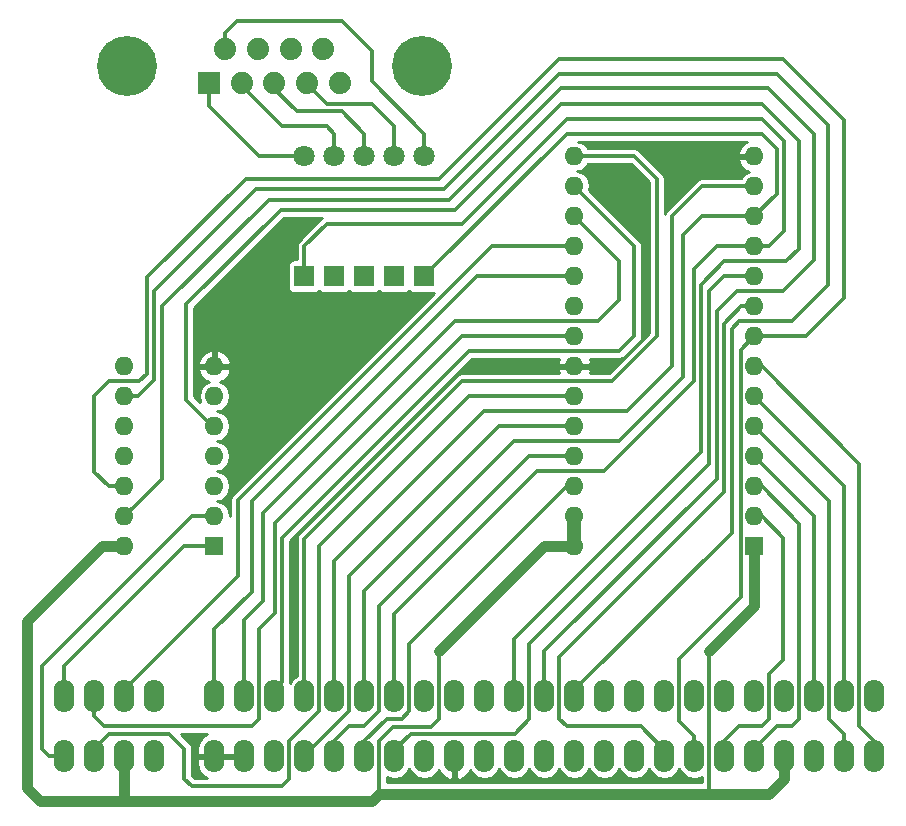
<source format=gbl>
G04 #@! TF.FileFunction,Copper,L2,Bot,Signal*
%FSLAX46Y46*%
G04 Gerber Fmt 4.6, Leading zero omitted, Abs format (unit mm)*
G04 Created by KiCad (PCBNEW 4.0.5) date 11/19/17 14:30:07*
%MOMM*%
%LPD*%
G01*
G04 APERTURE LIST*
%ADD10C,0.100000*%
%ADD11C,1.800000*%
%ADD12R,1.800000X1.800000*%
%ADD13R,1.879600X1.879600*%
%ADD14C,1.879600*%
%ADD15C,5.080000*%
%ADD16O,1.727200X2.800000*%
%ADD17R,1.600000X1.600000*%
%ADD18O,1.600000X1.600000*%
%ADD19C,0.300000*%
%ADD20C,0.900000*%
%ADD21C,1.200000*%
%ADD22C,0.254000*%
G04 APERTURE END LIST*
D10*
D11*
X154940000Y-81280000D03*
D12*
X154940000Y-91440000D03*
D11*
X152400000Y-81280000D03*
D12*
X152400000Y-91440000D03*
D11*
X149860000Y-81280000D03*
D12*
X149860000Y-91440000D03*
D11*
X147320000Y-81280000D03*
D12*
X147320000Y-91440000D03*
D11*
X144780000Y-81280000D03*
D12*
X144780000Y-91440000D03*
D13*
X136700260Y-75079860D03*
D14*
X139471400Y-75079860D03*
X142240000Y-75079860D03*
X145008600Y-75079860D03*
X147779740Y-75079860D03*
X138092180Y-72240140D03*
X140860780Y-72240140D03*
X143619220Y-72240140D03*
X146387820Y-72240140D03*
D15*
X129740660Y-73660000D03*
X154739340Y-73660000D03*
D16*
X193040000Y-132080000D03*
X190500000Y-132080000D03*
X187960000Y-132080000D03*
X185420000Y-132080000D03*
X182880000Y-132080000D03*
X180340000Y-132080000D03*
X177800000Y-132080000D03*
X175260000Y-132080000D03*
X193040000Y-127000000D03*
X190500000Y-127000000D03*
X187960000Y-127000000D03*
X185420000Y-127000000D03*
X182880000Y-127000000D03*
X180340000Y-127000000D03*
X177800000Y-127000000D03*
X175260000Y-127000000D03*
X124460000Y-127000000D03*
X124460000Y-132080000D03*
X127000000Y-127000000D03*
X127000000Y-132080000D03*
X129540000Y-127000000D03*
X129540000Y-132080000D03*
X132080000Y-127000000D03*
X132080000Y-132080000D03*
X137160000Y-127000000D03*
X137160000Y-132080000D03*
X139700000Y-127000000D03*
X139700000Y-132080000D03*
X142240000Y-127000000D03*
X142240000Y-132080000D03*
X144780000Y-127000000D03*
X144780000Y-132080000D03*
X147320000Y-127000000D03*
X147320000Y-132080000D03*
X149860000Y-127000000D03*
X149860000Y-132080000D03*
X152400000Y-127000000D03*
X152400000Y-132080000D03*
X154940000Y-127000000D03*
X154940000Y-132080000D03*
X157480000Y-127000000D03*
X157480000Y-132080000D03*
X160020000Y-127000000D03*
X160020000Y-132080000D03*
X162560000Y-127000000D03*
X162560000Y-132080000D03*
X165100000Y-127000000D03*
X165100000Y-132080000D03*
X167640000Y-127000000D03*
X167640000Y-132080000D03*
X170180000Y-127000000D03*
X170180000Y-132080000D03*
X172720000Y-127000000D03*
X172720000Y-132080000D03*
D17*
X137160000Y-114300000D03*
D18*
X129540000Y-99060000D03*
X137160000Y-111760000D03*
X129540000Y-101600000D03*
X137160000Y-109220000D03*
X129540000Y-104140000D03*
X137160000Y-106680000D03*
X129540000Y-106680000D03*
X137160000Y-104140000D03*
X129540000Y-109220000D03*
X137160000Y-101600000D03*
X129540000Y-111760000D03*
X137160000Y-99060000D03*
X129540000Y-114300000D03*
D17*
X182880000Y-114300000D03*
D18*
X167640000Y-81280000D03*
X182880000Y-111760000D03*
X167640000Y-83820000D03*
X182880000Y-109220000D03*
X167640000Y-86360000D03*
X182880000Y-106680000D03*
X167640000Y-88900000D03*
X182880000Y-104140000D03*
X167640000Y-91440000D03*
X182880000Y-101600000D03*
X167640000Y-93980000D03*
X182880000Y-99060000D03*
X167640000Y-96520000D03*
X182880000Y-96520000D03*
X167640000Y-99060000D03*
X182880000Y-93980000D03*
X167640000Y-101600000D03*
X182880000Y-91440000D03*
X167640000Y-104140000D03*
X182880000Y-88900000D03*
X167640000Y-106680000D03*
X182880000Y-86360000D03*
X167640000Y-109220000D03*
X182880000Y-83820000D03*
X167640000Y-111760000D03*
X182880000Y-81280000D03*
X167640000Y-114300000D03*
D19*
X138092180Y-72240140D02*
X138092180Y-70822820D01*
X138092180Y-70822820D02*
X139065000Y-69850000D01*
X139065000Y-69850000D02*
X147955000Y-69850000D01*
X147955000Y-69850000D02*
X150475950Y-72370950D01*
X150475950Y-72370950D02*
X150475950Y-74910950D01*
X150475950Y-74910950D02*
X154940000Y-79375000D01*
X154940000Y-79375000D02*
X154940000Y-81280000D01*
X149860000Y-127000000D02*
X149860000Y-118110000D01*
X149860000Y-118110000D02*
X162560000Y-105410000D01*
X176848594Y-100011406D02*
X176848594Y-87946406D01*
X162560000Y-105410000D02*
X171450000Y-105410000D01*
X171450000Y-105410000D02*
X176848594Y-100011406D01*
X176848594Y-87946406D02*
X178435000Y-86360000D01*
X178435000Y-86360000D02*
X182880000Y-86360000D01*
X182880000Y-86360000D02*
X184785000Y-84455000D01*
X167005000Y-79375000D02*
X154940000Y-91440000D01*
X183515000Y-79375000D02*
X167005000Y-79375000D01*
X184785000Y-80645000D02*
X183515000Y-79375000D01*
X184785000Y-84455000D02*
X184785000Y-80645000D01*
X145008600Y-75079860D02*
X145008600Y-75158600D01*
X145008600Y-75158600D02*
X146685000Y-76835000D01*
X146685000Y-76835000D02*
X150495000Y-76835000D01*
X150495000Y-76835000D02*
X152400000Y-78740000D01*
X152400000Y-78740000D02*
X152400000Y-81280000D01*
X137160000Y-127000000D02*
X137160000Y-121289000D01*
X137160000Y-121289000D02*
X140316599Y-118132401D01*
X140316599Y-118132401D02*
X140316599Y-110508401D01*
X140316599Y-110508401D02*
X159385000Y-91440000D01*
X159385000Y-91440000D02*
X166508630Y-91440000D01*
X166508630Y-91440000D02*
X167640000Y-91440000D01*
X142240000Y-75079860D02*
X142240000Y-75565000D01*
X142240000Y-75565000D02*
X144145000Y-77470000D01*
X144145000Y-77470000D02*
X147955000Y-77470000D01*
X147955000Y-77470000D02*
X149860000Y-79375000D01*
X149860000Y-79375000D02*
X149860000Y-81280000D01*
X139700000Y-127000000D02*
X139700000Y-120505899D01*
X139700000Y-120505899D02*
X141272106Y-118933793D01*
X141272106Y-118933793D02*
X141272106Y-111468050D01*
X141272106Y-111468050D02*
X157490156Y-95250000D01*
X157490156Y-95250000D02*
X169606008Y-95250000D01*
X169606008Y-95250000D02*
X171414076Y-93441932D01*
X171414076Y-93441932D02*
X171414076Y-90134076D01*
X171414076Y-90134076D02*
X168439999Y-87159999D01*
X168439999Y-87159999D02*
X167640000Y-86360000D01*
X139471400Y-75079860D02*
X139471400Y-75336400D01*
X139471400Y-75336400D02*
X142875000Y-78740000D01*
X142875000Y-78740000D02*
X146685000Y-78740000D01*
X146685000Y-78740000D02*
X147320000Y-79375000D01*
X147320000Y-79375000D02*
X147320000Y-81280000D01*
X142240000Y-127000000D02*
X142240000Y-126463600D01*
X142240000Y-126463600D02*
X142905714Y-125797886D01*
X142905714Y-125797886D02*
X142905714Y-113617631D01*
X142905714Y-113617631D02*
X158733345Y-97790000D01*
X158733345Y-97790000D02*
X171450000Y-97790000D01*
X171450000Y-97790000D02*
X172720000Y-96520000D01*
X172720000Y-96520000D02*
X172720000Y-88900000D01*
X172720000Y-88900000D02*
X168439999Y-84619999D01*
X168439999Y-84619999D02*
X167640000Y-83820000D01*
X136700260Y-75079860D02*
X136700260Y-77010260D01*
X140970000Y-81280000D02*
X144780000Y-81280000D01*
X136700260Y-77010260D02*
X140970000Y-81280000D01*
X182880000Y-88900000D02*
X184150000Y-88900000D01*
X144780000Y-88900000D02*
X144780000Y-91440000D01*
X146685000Y-86995000D02*
X144780000Y-88900000D01*
X158115000Y-86995000D02*
X146685000Y-86995000D01*
X167005000Y-78105000D02*
X158115000Y-86995000D01*
X183515000Y-78105000D02*
X167005000Y-78105000D01*
X185420000Y-80010000D02*
X183515000Y-78105000D01*
X185420000Y-87630000D02*
X185420000Y-80010000D01*
X184150000Y-88900000D02*
X185420000Y-87630000D01*
X152400000Y-127000000D02*
X152400000Y-120015000D01*
X179705000Y-88900000D02*
X182880000Y-88900000D01*
X177800000Y-90805000D02*
X179705000Y-88900000D01*
X177800000Y-100330000D02*
X177800000Y-90805000D01*
X170180000Y-107950000D02*
X177800000Y-100330000D01*
X164465000Y-107950000D02*
X170180000Y-107950000D01*
X152400000Y-120015000D02*
X164465000Y-107950000D01*
X182880000Y-99060000D02*
X183515000Y-99060000D01*
X183515000Y-99060000D02*
X191770000Y-107315000D01*
X191770000Y-107315000D02*
X191770000Y-129540000D01*
X191770000Y-129540000D02*
X193040000Y-130810000D01*
X193040000Y-130810000D02*
X193040000Y-132080000D01*
X182880000Y-104140000D02*
X189230000Y-110490000D01*
X190500000Y-130175000D02*
X190500000Y-132080000D01*
X189230000Y-128905000D02*
X190500000Y-130175000D01*
X189230000Y-110490000D02*
X189230000Y-128905000D01*
X182880000Y-109220000D02*
X183515000Y-109220000D01*
X183515000Y-109220000D02*
X186690000Y-112395000D01*
X186690000Y-112395000D02*
X186690000Y-128905000D01*
X186690000Y-128905000D02*
X186055000Y-129540000D01*
X186055000Y-129540000D02*
X184785000Y-129540000D01*
X184785000Y-129540000D02*
X182880000Y-131445000D01*
X182880000Y-131445000D02*
X182880000Y-132080000D01*
X182880000Y-111760000D02*
X183515000Y-111760000D01*
X183515000Y-111760000D02*
X185332214Y-113577214D01*
X185332214Y-113577214D02*
X185332214Y-123912786D01*
X185332214Y-123912786D02*
X184150000Y-125095000D01*
X184150000Y-125095000D02*
X184150000Y-128905000D01*
X184150000Y-128905000D02*
X183515000Y-129540000D01*
X183515000Y-129540000D02*
X181610000Y-129540000D01*
X181610000Y-129540000D02*
X180340000Y-130810000D01*
X180340000Y-130810000D02*
X180340000Y-132080000D01*
X182880000Y-96520000D02*
X187226971Y-96520000D01*
X187226971Y-96520000D02*
X190449318Y-93297653D01*
X139804140Y-83185000D02*
X131445000Y-91544140D01*
X131445000Y-91544140D02*
X131445000Y-99695000D01*
X190449318Y-93297653D02*
X190449318Y-78174783D01*
X190449318Y-78174783D02*
X185299535Y-73025000D01*
X185299535Y-73025000D02*
X166370000Y-73025000D01*
X166370000Y-73025000D02*
X156210000Y-83185000D01*
X156210000Y-83185000D02*
X139804140Y-83185000D01*
X131445000Y-99695000D02*
X130810000Y-100330000D01*
X130810000Y-100330000D02*
X128270000Y-100330000D01*
X128270000Y-100330000D02*
X127000000Y-101600000D01*
X127000000Y-101600000D02*
X127000000Y-108028740D01*
X127000000Y-108028740D02*
X128191260Y-109220000D01*
X128191260Y-109220000D02*
X129540000Y-109220000D01*
X176530000Y-129110000D02*
X177800000Y-130380000D01*
X176530000Y-123825000D02*
X176530000Y-129110000D01*
X181729999Y-118625001D02*
X176530000Y-123825000D01*
X182880000Y-96520000D02*
X181729999Y-97670001D01*
X181729999Y-97670001D02*
X181729999Y-118625001D01*
X177800000Y-130380000D02*
X177800000Y-132080000D01*
X175260000Y-132080000D02*
X175260000Y-131543600D01*
X175260000Y-131543600D02*
X173256400Y-129540000D01*
X173256400Y-129540000D02*
X167005000Y-129540000D01*
X167005000Y-129540000D02*
X166370000Y-128905000D01*
X166370000Y-128905000D02*
X166370000Y-123639955D01*
X166370000Y-123639955D02*
X180261418Y-109748537D01*
X180261418Y-109748537D02*
X180261418Y-95467212D01*
X180261418Y-95467212D02*
X181748630Y-93980000D01*
X181748630Y-93980000D02*
X182880000Y-93980000D01*
X182880000Y-101600000D02*
X190500000Y-109220000D01*
X190500000Y-109220000D02*
X190500000Y-127000000D01*
X182880000Y-106680000D02*
X187960000Y-111760000D01*
X187960000Y-111760000D02*
X187960000Y-127000000D01*
X137160000Y-114300000D02*
X134620000Y-114300000D01*
X124460000Y-124460000D02*
X124460000Y-127000000D01*
X134620000Y-114300000D02*
X124460000Y-124460000D01*
X137160000Y-111760000D02*
X135255000Y-111760000D01*
X123190000Y-132080000D02*
X124460000Y-132080000D01*
X122555000Y-131445000D02*
X123190000Y-132080000D01*
X122555000Y-124460000D02*
X122555000Y-131445000D01*
X135255000Y-111760000D02*
X122555000Y-124460000D01*
X127000000Y-127000000D02*
X127000000Y-128700000D01*
X127000000Y-128700000D02*
X127840000Y-129540000D01*
X127840000Y-129540000D02*
X140335000Y-129540000D01*
X140335000Y-129540000D02*
X140970000Y-128905000D01*
X140970000Y-128905000D02*
X140970000Y-121285000D01*
X140970000Y-121285000D02*
X142289258Y-119965742D01*
X142289258Y-119965742D02*
X142289258Y-112370311D01*
X142289258Y-112370311D02*
X158139569Y-96520000D01*
X158139569Y-96520000D02*
X167640000Y-96520000D01*
X127000000Y-132080000D02*
X127000000Y-131445000D01*
X127000000Y-131445000D02*
X128270000Y-130175000D01*
X128270000Y-130175000D02*
X133350000Y-130175000D01*
X133350000Y-130175000D02*
X134620000Y-131445000D01*
X134620000Y-131445000D02*
X134620000Y-133985000D01*
X134620000Y-133985000D02*
X135255000Y-134620000D01*
X135255000Y-134620000D02*
X142875000Y-134620000D01*
X142875000Y-134620000D02*
X143510000Y-133985000D01*
X143510000Y-133985000D02*
X143510000Y-130810000D01*
X143510000Y-130810000D02*
X146050000Y-128270000D01*
X146050000Y-128270000D02*
X146050000Y-114300000D01*
X146050000Y-114300000D02*
X158750000Y-101600000D01*
X158750000Y-101600000D02*
X167640000Y-101600000D01*
X129540000Y-127000000D02*
X129540000Y-126463600D01*
X129540000Y-126463600D02*
X139145333Y-116858267D01*
X139145333Y-116858267D02*
X139145333Y-110409667D01*
X139145333Y-110409667D02*
X160655000Y-88900000D01*
X160655000Y-88900000D02*
X166508630Y-88900000D01*
X166508630Y-88900000D02*
X167640000Y-88900000D01*
D20*
X150515320Y-135869680D02*
X129540000Y-135869680D01*
X129540000Y-132080000D02*
X129540000Y-135869680D01*
X129540000Y-135869680D02*
X122377200Y-135869680D01*
D19*
X179070000Y-135255000D02*
X179070000Y-134620000D01*
D20*
X182880000Y-119380000D02*
X179070000Y-123190000D01*
D19*
X179070000Y-123190000D02*
X179070000Y-134620000D01*
D20*
X182880000Y-119380000D02*
X182880000Y-114300000D01*
D19*
X156210000Y-123190000D02*
X156210000Y-128905000D01*
X156210000Y-128905000D02*
X155475940Y-129639060D01*
X155475940Y-129639060D02*
X152239980Y-129639060D01*
X152239980Y-129639060D02*
X151130000Y-130749040D01*
X151130000Y-130749040D02*
X151130000Y-135255000D01*
D20*
X165100000Y-114300000D02*
X156210000Y-123190000D01*
X151130000Y-135255000D02*
X150515320Y-135869680D01*
X122377200Y-135869680D02*
X121279920Y-134772400D01*
X121279920Y-134772400D02*
X121279920Y-120655080D01*
X121279920Y-120655080D02*
X127635000Y-114300000D01*
X127635000Y-114300000D02*
X129540000Y-114300000D01*
D21*
X167640000Y-114300000D02*
X167640000Y-111760000D01*
D20*
X167640000Y-114300000D02*
X165100000Y-114300000D01*
X179070000Y-135255000D02*
X151130000Y-135255000D01*
X185420000Y-133985000D02*
X184150000Y-135255000D01*
X184150000Y-135255000D02*
X179070000Y-135255000D01*
X185420000Y-132080000D02*
X185420000Y-133985000D01*
D19*
X144780000Y-127000000D02*
X144780000Y-113665000D01*
X172720000Y-81280000D02*
X167640000Y-81280000D01*
X174625000Y-83185000D02*
X172720000Y-81280000D01*
X174625000Y-96520000D02*
X174625000Y-83185000D01*
X170815000Y-100330000D02*
X174625000Y-96520000D01*
X158115000Y-100330000D02*
X170815000Y-100330000D01*
X144780000Y-113665000D02*
X158115000Y-100330000D01*
X144780000Y-132080000D02*
X147320000Y-129540000D01*
X161290000Y-104140000D02*
X167640000Y-104140000D01*
X148590000Y-116840000D02*
X161290000Y-104140000D01*
X148590000Y-118110000D02*
X148590000Y-116840000D01*
X148590000Y-128270000D02*
X148590000Y-118110000D01*
X147320000Y-129540000D02*
X148590000Y-128270000D01*
X147320000Y-127000000D02*
X147320000Y-115570000D01*
X178435000Y-83820000D02*
X182880000Y-83820000D01*
X175895000Y-86360000D02*
X178435000Y-83820000D01*
X175895000Y-99060000D02*
X175895000Y-86360000D01*
X172085000Y-102870000D02*
X175895000Y-99060000D01*
X160020000Y-102870000D02*
X172085000Y-102870000D01*
X147320000Y-115570000D02*
X160020000Y-102870000D01*
X147320000Y-132080000D02*
X147320000Y-130810000D01*
X147320000Y-130810000D02*
X148590000Y-129540000D01*
X148590000Y-129540000D02*
X149860000Y-129540000D01*
X149860000Y-129540000D02*
X151130000Y-128270000D01*
X151130000Y-128270000D02*
X151130000Y-119380000D01*
X151130000Y-119380000D02*
X163830000Y-106680000D01*
X163830000Y-106680000D02*
X167640000Y-106680000D01*
X149860000Y-132080000D02*
X149860000Y-130810000D01*
X149860000Y-130810000D02*
X151765000Y-128905000D01*
X151765000Y-128905000D02*
X153035000Y-128905000D01*
X153035000Y-128905000D02*
X153670000Y-128270000D01*
X153670000Y-128270000D02*
X153670000Y-122555000D01*
X153670000Y-122555000D02*
X167005000Y-109220000D01*
X167005000Y-109220000D02*
X167640000Y-109220000D01*
X182880000Y-91440000D02*
X180340000Y-91440000D01*
X180340000Y-91440000D02*
X179059066Y-92720934D01*
X179059066Y-92720934D02*
X179059066Y-107352705D01*
X179059066Y-107352705D02*
X163830000Y-122581771D01*
X163830000Y-122581771D02*
X163830000Y-128905000D01*
X163830000Y-128905000D02*
X162577780Y-130157220D01*
X162577780Y-130157220D02*
X153786380Y-130157220D01*
X153786380Y-130157220D02*
X152400000Y-131543600D01*
X152400000Y-131543600D02*
X152400000Y-132080000D01*
X162560000Y-127000000D02*
X162560000Y-122154018D01*
X166477950Y-76866750D02*
X157526990Y-85817710D01*
X162560000Y-122154018D02*
X178364374Y-106349644D01*
X178364374Y-106349644D02*
X178364374Y-92145594D01*
X184206894Y-90177694D02*
X184208099Y-90176489D01*
X186632850Y-79952850D02*
X183546750Y-76866750D01*
X178364374Y-92145594D02*
X180332274Y-90177694D01*
X180332274Y-90177694D02*
X184206894Y-90177694D01*
X185579422Y-90176489D02*
X186632850Y-89123061D01*
X184208099Y-90176489D02*
X185579422Y-90176489D01*
X186632850Y-89123061D02*
X186632850Y-79952850D01*
X183546750Y-76866750D02*
X166477950Y-76866750D01*
X134787349Y-101883264D02*
X137160000Y-104255915D01*
X157526990Y-85817710D02*
X142787370Y-85817710D01*
X142787370Y-85817710D02*
X134787349Y-93817731D01*
X134787349Y-93817731D02*
X134787349Y-101883264D01*
X137160000Y-104255915D02*
X137160000Y-104140000D01*
X165100000Y-127000000D02*
X165100000Y-123191427D01*
X165100000Y-123191427D02*
X179700321Y-108591106D01*
X184061333Y-75533250D02*
X166477950Y-75533250D01*
X166477950Y-75533250D02*
X157056190Y-84955010D01*
X157056190Y-84955010D02*
X141739990Y-84955010D01*
X179700321Y-108591106D02*
X179700321Y-94368256D01*
X179700321Y-94368256D02*
X181377793Y-92690784D01*
X181377793Y-92690784D02*
X185299445Y-92690784D01*
X187936454Y-79408371D02*
X184061333Y-75533250D01*
X130339999Y-110960001D02*
X129540000Y-111760000D01*
X185299445Y-92690784D02*
X187936454Y-90053775D01*
X187936454Y-90053775D02*
X187936454Y-79408371D01*
X132715000Y-93980000D02*
X132715000Y-108585000D01*
X141739990Y-84955010D02*
X132715000Y-93980000D01*
X132715000Y-108585000D02*
X130339999Y-110960001D01*
X167640000Y-127000000D02*
X167640000Y-126463600D01*
X167640000Y-126463600D02*
X180956111Y-113147489D01*
X181610000Y-95250000D02*
X186055000Y-95250000D01*
X186055000Y-95250000D02*
X189124353Y-92180647D01*
X180956111Y-113147489D02*
X180956111Y-95903889D01*
X184787686Y-74295000D02*
X166370000Y-74295000D01*
X156579570Y-84085430D02*
X140704570Y-84085430D01*
X180956111Y-95903889D02*
X181610000Y-95250000D01*
X189124353Y-78631667D02*
X184787686Y-74295000D01*
X189124353Y-92180647D02*
X189124353Y-78631667D01*
X166370000Y-74295000D02*
X156579570Y-84085430D01*
X132080000Y-100191370D02*
X130671370Y-101600000D01*
X140704570Y-84085430D02*
X132080000Y-92710000D01*
X132080000Y-92710000D02*
X132080000Y-100191370D01*
X130671370Y-101600000D02*
X129540000Y-101600000D01*
D22*
G36*
X157607000Y-131953000D02*
X157627000Y-131953000D01*
X157627000Y-132207000D01*
X157607000Y-132207000D01*
X157607000Y-133950217D01*
X157839026Y-134071358D01*
X157936157Y-134049527D01*
X158449868Y-133765873D01*
X158815925Y-133307222D01*
X158822794Y-133283413D01*
X159050132Y-133623648D01*
X159495111Y-133920973D01*
X160020000Y-134025380D01*
X160544889Y-133920973D01*
X160989868Y-133623648D01*
X161287193Y-133178669D01*
X161290000Y-133164557D01*
X161292807Y-133178669D01*
X161590132Y-133623648D01*
X162035111Y-133920973D01*
X162560000Y-134025380D01*
X163084889Y-133920973D01*
X163529868Y-133623648D01*
X163827193Y-133178669D01*
X163830000Y-133164557D01*
X163832807Y-133178669D01*
X164130132Y-133623648D01*
X164575111Y-133920973D01*
X165100000Y-134025380D01*
X165624889Y-133920973D01*
X166069868Y-133623648D01*
X166367193Y-133178669D01*
X166370000Y-133164557D01*
X166372807Y-133178669D01*
X166670132Y-133623648D01*
X167115111Y-133920973D01*
X167640000Y-134025380D01*
X168164889Y-133920973D01*
X168609868Y-133623648D01*
X168907193Y-133178669D01*
X168910000Y-133164557D01*
X168912807Y-133178669D01*
X169210132Y-133623648D01*
X169655111Y-133920973D01*
X170180000Y-134025380D01*
X170704889Y-133920973D01*
X171149868Y-133623648D01*
X171447193Y-133178669D01*
X171450000Y-133164557D01*
X171452807Y-133178669D01*
X171750132Y-133623648D01*
X172195111Y-133920973D01*
X172720000Y-134025380D01*
X173244889Y-133920973D01*
X173689868Y-133623648D01*
X173987193Y-133178669D01*
X173990000Y-133164557D01*
X173992807Y-133178669D01*
X174290132Y-133623648D01*
X174735111Y-133920973D01*
X175260000Y-134025380D01*
X175784889Y-133920973D01*
X176229868Y-133623648D01*
X176527193Y-133178669D01*
X176530000Y-133164557D01*
X176532807Y-133178669D01*
X176830132Y-133623648D01*
X177275111Y-133920973D01*
X177800000Y-134025380D01*
X178324889Y-133920973D01*
X178412000Y-133862767D01*
X178412000Y-134297000D01*
X151788000Y-134297000D01*
X151788000Y-133862767D01*
X151875111Y-133920973D01*
X152400000Y-134025380D01*
X152924889Y-133920973D01*
X153369868Y-133623648D01*
X153667193Y-133178669D01*
X153670000Y-133164557D01*
X153672807Y-133178669D01*
X153970132Y-133623648D01*
X154415111Y-133920973D01*
X154940000Y-134025380D01*
X155464889Y-133920973D01*
X155909868Y-133623648D01*
X156137206Y-133283413D01*
X156144075Y-133307222D01*
X156510132Y-133765873D01*
X157023843Y-134049527D01*
X157120974Y-134071358D01*
X157353000Y-133950217D01*
X157353000Y-132207000D01*
X157333000Y-132207000D01*
X157333000Y-131953000D01*
X157353000Y-131953000D01*
X157353000Y-131933000D01*
X157607000Y-131933000D01*
X157607000Y-131953000D01*
X157607000Y-131953000D01*
G37*
X157607000Y-131953000D02*
X157627000Y-131953000D01*
X157627000Y-132207000D01*
X157607000Y-132207000D01*
X157607000Y-133950217D01*
X157839026Y-134071358D01*
X157936157Y-134049527D01*
X158449868Y-133765873D01*
X158815925Y-133307222D01*
X158822794Y-133283413D01*
X159050132Y-133623648D01*
X159495111Y-133920973D01*
X160020000Y-134025380D01*
X160544889Y-133920973D01*
X160989868Y-133623648D01*
X161287193Y-133178669D01*
X161290000Y-133164557D01*
X161292807Y-133178669D01*
X161590132Y-133623648D01*
X162035111Y-133920973D01*
X162560000Y-134025380D01*
X163084889Y-133920973D01*
X163529868Y-133623648D01*
X163827193Y-133178669D01*
X163830000Y-133164557D01*
X163832807Y-133178669D01*
X164130132Y-133623648D01*
X164575111Y-133920973D01*
X165100000Y-134025380D01*
X165624889Y-133920973D01*
X166069868Y-133623648D01*
X166367193Y-133178669D01*
X166370000Y-133164557D01*
X166372807Y-133178669D01*
X166670132Y-133623648D01*
X167115111Y-133920973D01*
X167640000Y-134025380D01*
X168164889Y-133920973D01*
X168609868Y-133623648D01*
X168907193Y-133178669D01*
X168910000Y-133164557D01*
X168912807Y-133178669D01*
X169210132Y-133623648D01*
X169655111Y-133920973D01*
X170180000Y-134025380D01*
X170704889Y-133920973D01*
X171149868Y-133623648D01*
X171447193Y-133178669D01*
X171450000Y-133164557D01*
X171452807Y-133178669D01*
X171750132Y-133623648D01*
X172195111Y-133920973D01*
X172720000Y-134025380D01*
X173244889Y-133920973D01*
X173689868Y-133623648D01*
X173987193Y-133178669D01*
X173990000Y-133164557D01*
X173992807Y-133178669D01*
X174290132Y-133623648D01*
X174735111Y-133920973D01*
X175260000Y-134025380D01*
X175784889Y-133920973D01*
X176229868Y-133623648D01*
X176527193Y-133178669D01*
X176530000Y-133164557D01*
X176532807Y-133178669D01*
X176830132Y-133623648D01*
X177275111Y-133920973D01*
X177800000Y-134025380D01*
X178324889Y-133920973D01*
X178412000Y-133862767D01*
X178412000Y-134297000D01*
X151788000Y-134297000D01*
X151788000Y-133862767D01*
X151875111Y-133920973D01*
X152400000Y-134025380D01*
X152924889Y-133920973D01*
X153369868Y-133623648D01*
X153667193Y-133178669D01*
X153670000Y-133164557D01*
X153672807Y-133178669D01*
X153970132Y-133623648D01*
X154415111Y-133920973D01*
X154940000Y-134025380D01*
X155464889Y-133920973D01*
X155909868Y-133623648D01*
X156137206Y-133283413D01*
X156144075Y-133307222D01*
X156510132Y-133765873D01*
X157023843Y-134049527D01*
X157120974Y-134071358D01*
X157353000Y-133950217D01*
X157353000Y-132207000D01*
X157333000Y-132207000D01*
X157333000Y-131953000D01*
X157353000Y-131953000D01*
X157353000Y-131933000D01*
X157607000Y-131933000D01*
X157607000Y-131953000D01*
G36*
X136190132Y-130394127D02*
X135824075Y-130852778D01*
X135661400Y-131416600D01*
X135661400Y-131953000D01*
X137033000Y-131953000D01*
X137033000Y-131933000D01*
X137287000Y-131933000D01*
X137287000Y-131953000D01*
X139573000Y-131953000D01*
X139573000Y-131933000D01*
X139827000Y-131933000D01*
X139827000Y-131953000D01*
X139847000Y-131953000D01*
X139847000Y-132207000D01*
X139827000Y-132207000D01*
X139827000Y-132227000D01*
X139573000Y-132227000D01*
X139573000Y-132207000D01*
X137287000Y-132207000D01*
X137287000Y-132227000D01*
X137033000Y-132227000D01*
X137033000Y-132207000D01*
X135661400Y-132207000D01*
X135661400Y-132743400D01*
X135824075Y-133307222D01*
X136190132Y-133765873D01*
X136545327Y-133962000D01*
X135527553Y-133962000D01*
X135278000Y-133712448D01*
X135278000Y-131445000D01*
X135227913Y-131193194D01*
X135085276Y-130979724D01*
X134303552Y-130198000D01*
X136545327Y-130198000D01*
X136190132Y-130394127D01*
X136190132Y-130394127D01*
G37*
X136190132Y-130394127D02*
X135824075Y-130852778D01*
X135661400Y-131416600D01*
X135661400Y-131953000D01*
X137033000Y-131953000D01*
X137033000Y-131933000D01*
X137287000Y-131933000D01*
X137287000Y-131953000D01*
X139573000Y-131953000D01*
X139573000Y-131933000D01*
X139827000Y-131933000D01*
X139827000Y-131953000D01*
X139847000Y-131953000D01*
X139847000Y-132207000D01*
X139827000Y-132207000D01*
X139827000Y-132227000D01*
X139573000Y-132227000D01*
X139573000Y-132207000D01*
X137287000Y-132207000D01*
X137287000Y-132227000D01*
X137033000Y-132227000D01*
X137033000Y-132207000D01*
X135661400Y-132207000D01*
X135661400Y-132743400D01*
X135824075Y-133307222D01*
X136190132Y-133765873D01*
X136545327Y-133962000D01*
X135527553Y-133962000D01*
X135278000Y-133712448D01*
X135278000Y-131445000D01*
X135227913Y-131193194D01*
X135085276Y-130979724D01*
X134303552Y-130198000D01*
X136545327Y-130198000D01*
X136190132Y-130394127D01*
G36*
X173967000Y-83457552D02*
X173967000Y-96247448D01*
X170542448Y-99672000D01*
X168922989Y-99672000D01*
X169031904Y-99409039D01*
X168909915Y-99187000D01*
X167767000Y-99187000D01*
X167767000Y-99207000D01*
X167513000Y-99207000D01*
X167513000Y-99187000D01*
X166370085Y-99187000D01*
X166248096Y-99409039D01*
X166357011Y-99672000D01*
X158115000Y-99672000D01*
X157863194Y-99722087D01*
X157649724Y-99864724D01*
X144314724Y-113199724D01*
X144172087Y-113413194D01*
X144122000Y-113665000D01*
X144122000Y-125247969D01*
X143810132Y-125456352D01*
X143555994Y-125836697D01*
X143563714Y-125797886D01*
X143563714Y-113890183D01*
X159005898Y-98448000D01*
X166357011Y-98448000D01*
X166248096Y-98710961D01*
X166370085Y-98933000D01*
X167513000Y-98933000D01*
X167513000Y-98913000D01*
X167767000Y-98913000D01*
X167767000Y-98933000D01*
X168909915Y-98933000D01*
X169031904Y-98710961D01*
X168922989Y-98448000D01*
X171450000Y-98448000D01*
X171701806Y-98397913D01*
X171915276Y-98255276D01*
X173185276Y-96985276D01*
X173327913Y-96771806D01*
X173327913Y-96771805D01*
X173378000Y-96520000D01*
X173378000Y-88900000D01*
X173327913Y-88648194D01*
X173298655Y-88604406D01*
X173185276Y-88434723D01*
X168906751Y-84156199D01*
X168973625Y-83820000D01*
X168874059Y-83319450D01*
X168590521Y-82895104D01*
X168166175Y-82611566D01*
X167856663Y-82550000D01*
X168166175Y-82488434D01*
X168590521Y-82204896D01*
X168768855Y-81938000D01*
X172447448Y-81938000D01*
X173967000Y-83457552D01*
X173967000Y-83457552D01*
G37*
X173967000Y-83457552D02*
X173967000Y-96247448D01*
X170542448Y-99672000D01*
X168922989Y-99672000D01*
X169031904Y-99409039D01*
X168909915Y-99187000D01*
X167767000Y-99187000D01*
X167767000Y-99207000D01*
X167513000Y-99207000D01*
X167513000Y-99187000D01*
X166370085Y-99187000D01*
X166248096Y-99409039D01*
X166357011Y-99672000D01*
X158115000Y-99672000D01*
X157863194Y-99722087D01*
X157649724Y-99864724D01*
X144314724Y-113199724D01*
X144172087Y-113413194D01*
X144122000Y-113665000D01*
X144122000Y-125247969D01*
X143810132Y-125456352D01*
X143555994Y-125836697D01*
X143563714Y-125797886D01*
X143563714Y-113890183D01*
X159005898Y-98448000D01*
X166357011Y-98448000D01*
X166248096Y-98710961D01*
X166370085Y-98933000D01*
X167513000Y-98933000D01*
X167513000Y-98913000D01*
X167767000Y-98913000D01*
X167767000Y-98933000D01*
X168909915Y-98933000D01*
X169031904Y-98710961D01*
X168922989Y-98448000D01*
X171450000Y-98448000D01*
X171701806Y-98397913D01*
X171915276Y-98255276D01*
X173185276Y-96985276D01*
X173327913Y-96771806D01*
X173327913Y-96771805D01*
X173378000Y-96520000D01*
X173378000Y-88900000D01*
X173327913Y-88648194D01*
X173298655Y-88604406D01*
X173185276Y-88434723D01*
X168906751Y-84156199D01*
X168973625Y-83820000D01*
X168874059Y-83319450D01*
X168590521Y-82895104D01*
X168166175Y-82611566D01*
X167856663Y-82550000D01*
X168166175Y-82488434D01*
X168590521Y-82204896D01*
X168768855Y-81938000D01*
X172447448Y-81938000D01*
X173967000Y-83457552D01*
G36*
X146219724Y-86529724D02*
X144314724Y-88434724D01*
X144172087Y-88648194D01*
X144122000Y-88900000D01*
X144122000Y-90022048D01*
X143880000Y-90022048D01*
X143691747Y-90057470D01*
X143518847Y-90168728D01*
X143402855Y-90338488D01*
X143362048Y-90540000D01*
X143362048Y-92340000D01*
X143397470Y-92528253D01*
X143508728Y-92701153D01*
X143678488Y-92817145D01*
X143880000Y-92857952D01*
X145680000Y-92857952D01*
X145868253Y-92822530D01*
X146041153Y-92711272D01*
X146048407Y-92700655D01*
X146048728Y-92701153D01*
X146218488Y-92817145D01*
X146420000Y-92857952D01*
X148220000Y-92857952D01*
X148408253Y-92822530D01*
X148581153Y-92711272D01*
X148588407Y-92700655D01*
X148588728Y-92701153D01*
X148758488Y-92817145D01*
X148960000Y-92857952D01*
X150760000Y-92857952D01*
X150948253Y-92822530D01*
X151121153Y-92711272D01*
X151128407Y-92700655D01*
X151128728Y-92701153D01*
X151298488Y-92817145D01*
X151500000Y-92857952D01*
X153300000Y-92857952D01*
X153488253Y-92822530D01*
X153661153Y-92711272D01*
X153668407Y-92700655D01*
X153668728Y-92701153D01*
X153838488Y-92817145D01*
X154040000Y-92857952D01*
X155766496Y-92857952D01*
X138680057Y-109944391D01*
X138537420Y-110157861D01*
X138487333Y-110409667D01*
X138487333Y-111728368D01*
X138394059Y-111259450D01*
X138110521Y-110835104D01*
X137686175Y-110551566D01*
X137376663Y-110490000D01*
X137686175Y-110428434D01*
X138110521Y-110144896D01*
X138394059Y-109720550D01*
X138493625Y-109220000D01*
X138394059Y-108719450D01*
X138110521Y-108295104D01*
X137686175Y-108011566D01*
X137376663Y-107950000D01*
X137686175Y-107888434D01*
X138110521Y-107604896D01*
X138394059Y-107180550D01*
X138493625Y-106680000D01*
X138394059Y-106179450D01*
X138110521Y-105755104D01*
X137686175Y-105471566D01*
X137376663Y-105410000D01*
X137686175Y-105348434D01*
X138110521Y-105064896D01*
X138394059Y-104640550D01*
X138493625Y-104140000D01*
X138394059Y-103639450D01*
X138110521Y-103215104D01*
X137686175Y-102931566D01*
X137376663Y-102870000D01*
X137686175Y-102808434D01*
X138110521Y-102524896D01*
X138394059Y-102100550D01*
X138493625Y-101600000D01*
X138394059Y-101099450D01*
X138110521Y-100675104D01*
X137686175Y-100391566D01*
X137651235Y-100384616D01*
X138015134Y-100212389D01*
X138391041Y-99797423D01*
X138551904Y-99409039D01*
X138429915Y-99187000D01*
X137287000Y-99187000D01*
X137287000Y-99207000D01*
X137033000Y-99207000D01*
X137033000Y-99187000D01*
X135890085Y-99187000D01*
X135768096Y-99409039D01*
X135928959Y-99797423D01*
X136304866Y-100212389D01*
X136668765Y-100384616D01*
X136633825Y-100391566D01*
X136209479Y-100675104D01*
X135925941Y-101099450D01*
X135826375Y-101600000D01*
X135923645Y-102089008D01*
X135445349Y-101610712D01*
X135445349Y-98710961D01*
X135768096Y-98710961D01*
X135890085Y-98933000D01*
X137033000Y-98933000D01*
X137033000Y-97789371D01*
X137287000Y-97789371D01*
X137287000Y-98933000D01*
X138429915Y-98933000D01*
X138551904Y-98710961D01*
X138391041Y-98322577D01*
X138015134Y-97907611D01*
X137509041Y-97668086D01*
X137287000Y-97789371D01*
X137033000Y-97789371D01*
X136810959Y-97668086D01*
X136304866Y-97907611D01*
X135928959Y-98322577D01*
X135768096Y-98710961D01*
X135445349Y-98710961D01*
X135445349Y-94090283D01*
X143059922Y-86475710D01*
X146300561Y-86475710D01*
X146219724Y-86529724D01*
X146219724Y-86529724D01*
G37*
X146219724Y-86529724D02*
X144314724Y-88434724D01*
X144172087Y-88648194D01*
X144122000Y-88900000D01*
X144122000Y-90022048D01*
X143880000Y-90022048D01*
X143691747Y-90057470D01*
X143518847Y-90168728D01*
X143402855Y-90338488D01*
X143362048Y-90540000D01*
X143362048Y-92340000D01*
X143397470Y-92528253D01*
X143508728Y-92701153D01*
X143678488Y-92817145D01*
X143880000Y-92857952D01*
X145680000Y-92857952D01*
X145868253Y-92822530D01*
X146041153Y-92711272D01*
X146048407Y-92700655D01*
X146048728Y-92701153D01*
X146218488Y-92817145D01*
X146420000Y-92857952D01*
X148220000Y-92857952D01*
X148408253Y-92822530D01*
X148581153Y-92711272D01*
X148588407Y-92700655D01*
X148588728Y-92701153D01*
X148758488Y-92817145D01*
X148960000Y-92857952D01*
X150760000Y-92857952D01*
X150948253Y-92822530D01*
X151121153Y-92711272D01*
X151128407Y-92700655D01*
X151128728Y-92701153D01*
X151298488Y-92817145D01*
X151500000Y-92857952D01*
X153300000Y-92857952D01*
X153488253Y-92822530D01*
X153661153Y-92711272D01*
X153668407Y-92700655D01*
X153668728Y-92701153D01*
X153838488Y-92817145D01*
X154040000Y-92857952D01*
X155766496Y-92857952D01*
X138680057Y-109944391D01*
X138537420Y-110157861D01*
X138487333Y-110409667D01*
X138487333Y-111728368D01*
X138394059Y-111259450D01*
X138110521Y-110835104D01*
X137686175Y-110551566D01*
X137376663Y-110490000D01*
X137686175Y-110428434D01*
X138110521Y-110144896D01*
X138394059Y-109720550D01*
X138493625Y-109220000D01*
X138394059Y-108719450D01*
X138110521Y-108295104D01*
X137686175Y-108011566D01*
X137376663Y-107950000D01*
X137686175Y-107888434D01*
X138110521Y-107604896D01*
X138394059Y-107180550D01*
X138493625Y-106680000D01*
X138394059Y-106179450D01*
X138110521Y-105755104D01*
X137686175Y-105471566D01*
X137376663Y-105410000D01*
X137686175Y-105348434D01*
X138110521Y-105064896D01*
X138394059Y-104640550D01*
X138493625Y-104140000D01*
X138394059Y-103639450D01*
X138110521Y-103215104D01*
X137686175Y-102931566D01*
X137376663Y-102870000D01*
X137686175Y-102808434D01*
X138110521Y-102524896D01*
X138394059Y-102100550D01*
X138493625Y-101600000D01*
X138394059Y-101099450D01*
X138110521Y-100675104D01*
X137686175Y-100391566D01*
X137651235Y-100384616D01*
X138015134Y-100212389D01*
X138391041Y-99797423D01*
X138551904Y-99409039D01*
X138429915Y-99187000D01*
X137287000Y-99187000D01*
X137287000Y-99207000D01*
X137033000Y-99207000D01*
X137033000Y-99187000D01*
X135890085Y-99187000D01*
X135768096Y-99409039D01*
X135928959Y-99797423D01*
X136304866Y-100212389D01*
X136668765Y-100384616D01*
X136633825Y-100391566D01*
X136209479Y-100675104D01*
X135925941Y-101099450D01*
X135826375Y-101600000D01*
X135923645Y-102089008D01*
X135445349Y-101610712D01*
X135445349Y-98710961D01*
X135768096Y-98710961D01*
X135890085Y-98933000D01*
X137033000Y-98933000D01*
X137033000Y-97789371D01*
X137287000Y-97789371D01*
X137287000Y-98933000D01*
X138429915Y-98933000D01*
X138551904Y-98710961D01*
X138391041Y-98322577D01*
X138015134Y-97907611D01*
X137509041Y-97668086D01*
X137287000Y-97789371D01*
X137033000Y-97789371D01*
X136810959Y-97668086D01*
X136304866Y-97907611D01*
X135928959Y-98322577D01*
X135768096Y-98710961D01*
X135445349Y-98710961D01*
X135445349Y-94090283D01*
X143059922Y-86475710D01*
X146300561Y-86475710D01*
X146219724Y-86529724D01*
G36*
X182024866Y-80127611D02*
X181648959Y-80542577D01*
X181488096Y-80930961D01*
X181610085Y-81153000D01*
X182753000Y-81153000D01*
X182753000Y-81133000D01*
X183007000Y-81133000D01*
X183007000Y-81153000D01*
X183027000Y-81153000D01*
X183027000Y-81407000D01*
X183007000Y-81407000D01*
X183007000Y-81427000D01*
X182753000Y-81427000D01*
X182753000Y-81407000D01*
X181610085Y-81407000D01*
X181488096Y-81629039D01*
X181648959Y-82017423D01*
X182024866Y-82432389D01*
X182388765Y-82604616D01*
X182353825Y-82611566D01*
X181929479Y-82895104D01*
X181751145Y-83162000D01*
X178435000Y-83162000D01*
X178183194Y-83212087D01*
X177969723Y-83354724D01*
X175429724Y-85894724D01*
X175287087Y-86108194D01*
X175283000Y-86128741D01*
X175283000Y-83185000D01*
X175232913Y-82933194D01*
X175090276Y-82719724D01*
X173185276Y-80814724D01*
X172971806Y-80672087D01*
X172720000Y-80622000D01*
X168768855Y-80622000D01*
X168590521Y-80355104D01*
X168166175Y-80071566D01*
X167972291Y-80033000D01*
X182224770Y-80033000D01*
X182024866Y-80127611D01*
X182024866Y-80127611D01*
G37*
X182024866Y-80127611D02*
X181648959Y-80542577D01*
X181488096Y-80930961D01*
X181610085Y-81153000D01*
X182753000Y-81153000D01*
X182753000Y-81133000D01*
X183007000Y-81133000D01*
X183007000Y-81153000D01*
X183027000Y-81153000D01*
X183027000Y-81407000D01*
X183007000Y-81407000D01*
X183007000Y-81427000D01*
X182753000Y-81427000D01*
X182753000Y-81407000D01*
X181610085Y-81407000D01*
X181488096Y-81629039D01*
X181648959Y-82017423D01*
X182024866Y-82432389D01*
X182388765Y-82604616D01*
X182353825Y-82611566D01*
X181929479Y-82895104D01*
X181751145Y-83162000D01*
X178435000Y-83162000D01*
X178183194Y-83212087D01*
X177969723Y-83354724D01*
X175429724Y-85894724D01*
X175287087Y-86108194D01*
X175283000Y-86128741D01*
X175283000Y-83185000D01*
X175232913Y-82933194D01*
X175090276Y-82719724D01*
X173185276Y-80814724D01*
X172971806Y-80672087D01*
X172720000Y-80622000D01*
X168768855Y-80622000D01*
X168590521Y-80355104D01*
X168166175Y-80071566D01*
X167972291Y-80033000D01*
X182224770Y-80033000D01*
X182024866Y-80127611D01*
M02*

</source>
